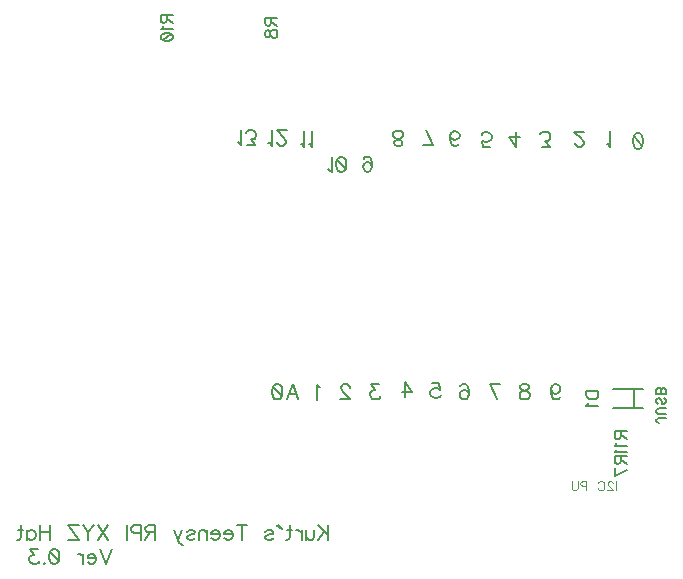
<source format=gbo>
G04 DipTrace 3.1.0.1*
G04 TeensyArbotixXYZRPIV0.3.gbo*
%MOIN*%
G04 #@! TF.FileFunction,Legend,Bot*
G04 #@! TF.Part,Single*
%ADD17C,0.008*%
%ADD107C,0.006176*%
%ADD108C,0.00772*%
%ADD109C,0.007*%
%ADD110C,0.004632*%
%FSLAX26Y26*%
G04*
G70*
G90*
G75*
G01*
G04 BotSilk*
%LPD*%
X2885229Y1013836D2*
D17*
X2853738D1*
X2782863D1*
X2885229Y952813D2*
X2853738D1*
X2782863D1*
X2853738Y1013836D2*
Y952813D1*
X2695743Y1007695D2*
D107*
X2735935D1*
Y994297D1*
X2733990Y988549D1*
X2730187Y984703D1*
X2726341Y982801D1*
X2720637Y980900D1*
X2711042D1*
X2705294Y982801D1*
X2701491Y984703D1*
X2697645Y988550D1*
X2695743Y994298D1*
Y1007695D1*
X2703437Y968549D2*
X2701491Y964702D1*
X2695787Y958954D1*
X2735935D1*
X2809406Y791671D2*
Y774472D1*
X2807460Y768724D1*
X2805559Y766778D1*
X2801756Y764877D1*
X2797909D1*
X2794107Y766778D1*
X2792161Y768724D1*
X2790260Y774472D1*
Y791671D1*
X2830452D1*
X2809406Y778274D2*
X2830452Y764877D1*
Y744876D2*
X2790304Y725731D1*
Y752525D1*
X1644406Y2251649D2*
Y2234449D1*
X1642460Y2228701D1*
X1640559Y2226756D1*
X1636756Y2224855D1*
X1632909D1*
X1629107Y2226756D1*
X1627161Y2228701D1*
X1625260Y2234449D1*
Y2251649D1*
X1665452D1*
X1644406Y2238252D2*
X1665452Y2224855D1*
X1625304Y2202953D2*
X1627206Y2208657D1*
X1631008Y2210602D1*
X1634855D1*
X1638657Y2208657D1*
X1640603Y2204854D1*
X1642504Y2197205D1*
X1644405Y2191457D1*
X1648252Y2187654D1*
X1652055Y2185753D1*
X1657803D1*
X1661605Y2187654D1*
X1663551Y2189555D1*
X1665452Y2195303D1*
Y2202953D1*
X1663551Y2208656D1*
X1661605Y2210602D1*
X1657803Y2212503D1*
X1652055D1*
X1648252Y2210602D1*
X1644406Y2206755D1*
X1642504Y2201051D1*
X1640603Y2193402D1*
X1638657Y2189555D1*
X1634855Y2187654D1*
X1631008D1*
X1627206Y2189555D1*
X1625304Y2195303D1*
Y2202953D1*
X1296276Y2262644D2*
Y2245445D1*
X1294330Y2239697D1*
X1292429Y2237751D1*
X1288627Y2235850D1*
X1284780D1*
X1280977Y2237751D1*
X1279032Y2239697D1*
X1277130Y2245445D1*
Y2262645D1*
X1317322Y2262644D1*
X1296276Y2249247D2*
X1317322Y2235850D1*
X1284824Y2223498D2*
X1282879Y2219652D1*
X1277175Y2213904D1*
X1317322D1*
X1277175Y2190056D2*
X1279076Y2195804D1*
X1284824Y2199651D1*
X1294375Y2201552D1*
X1300123D1*
X1309673Y2199651D1*
X1315421Y2195804D1*
X1317322Y2190056D1*
Y2186254D1*
X1315421Y2180506D1*
X1309673Y2176703D1*
X1300123Y2174758D1*
X1294375D1*
X1284824Y2176703D1*
X1279076Y2180506D1*
X1277175Y2186254D1*
Y2190056D1*
X1284824Y2176703D2*
X1309673Y2199651D1*
X2809405Y874045D2*
X2809406Y856845D1*
X2807460Y851097D1*
X2805559Y849151D1*
X2801756Y847250D1*
X2797909D1*
X2794107Y849151D1*
X2792161Y851097D1*
X2790260Y856845D1*
Y874045D1*
X2830452D1*
X2809406Y860647D2*
X2830452Y847250D1*
X2797954Y834899D2*
X2796008Y831052D1*
X2790304Y825304D1*
X2830452D1*
X2797954Y812952D2*
X2796008Y809106D1*
X2790304Y803358D1*
X2830452D1*
X1834328Y561126D2*
D109*
Y510886D1*
X1800834Y561126D2*
X1834328Y527632D1*
X1822389Y539626D2*
X1800834Y510886D1*
X1786834Y544379D2*
Y520447D1*
X1784458Y513318D1*
X1779649Y510886D1*
X1772464D1*
X1767711Y513318D1*
X1760526Y520447D1*
Y544379D2*
Y510886D1*
X1746526Y544379D2*
Y510886D1*
Y530009D2*
X1744094Y537194D1*
X1739341Y542002D1*
X1734532Y544379D1*
X1727347D1*
X1706162Y561126D2*
Y520447D1*
X1703786Y513318D1*
X1698977Y510886D1*
X1694224D1*
X1713347Y544379D2*
X1696601D1*
X1668231Y561070D2*
X1680224Y546700D1*
X1665854Y558694D1*
X1668231Y561070D1*
X1625546Y537194D2*
X1627922Y542002D1*
X1635107Y544379D1*
X1642292D1*
X1649477Y542002D1*
X1651854Y537194D1*
X1649477Y532441D1*
X1644669Y530009D1*
X1632731Y527632D1*
X1627922Y525256D1*
X1625546Y520447D1*
Y518071D1*
X1627922Y513318D1*
X1635107Y510886D1*
X1642292D1*
X1649477Y513318D1*
X1651854Y518071D1*
X1547637Y561126D2*
Y510886D1*
X1564384Y561126D2*
X1530891D1*
X1516891Y530009D2*
X1488206D1*
Y534817D1*
X1490582Y539626D1*
X1492959Y542002D1*
X1497767Y544379D1*
X1504952D1*
X1509706Y542002D1*
X1514514Y537194D1*
X1516891Y530009D1*
Y525256D1*
X1514514Y518071D1*
X1509706Y513318D1*
X1504952Y510886D1*
X1497767D1*
X1492959Y513318D1*
X1488206Y518071D1*
X1474206Y530009D2*
X1445521D1*
Y534817D1*
X1447897Y539626D1*
X1450274Y542002D1*
X1455083Y544379D1*
X1462268D1*
X1467021Y542002D1*
X1471829Y537194D1*
X1474206Y530009D1*
Y525256D1*
X1471829Y518071D1*
X1467021Y513318D1*
X1462268Y510886D1*
X1455083D1*
X1450274Y513318D1*
X1445521Y518071D1*
X1431521Y544379D2*
Y510886D1*
Y534817D2*
X1424336Y542002D1*
X1419527Y544379D1*
X1412398D1*
X1407589Y542002D1*
X1405213Y534817D1*
Y510886D1*
X1364904Y537194D2*
X1367281Y542002D1*
X1374466Y544379D1*
X1381651D1*
X1388836Y542002D1*
X1391213Y537194D1*
X1388836Y532441D1*
X1384028Y530009D1*
X1372089Y527632D1*
X1367281Y525256D1*
X1364904Y520447D1*
Y518071D1*
X1367281Y513318D1*
X1374466Y510886D1*
X1381651D1*
X1388836Y513318D1*
X1391213Y518071D1*
X1348472Y544379D2*
X1334158Y510886D1*
X1338911Y501324D1*
X1343719Y496516D1*
X1348472Y494139D1*
X1350904D1*
X1319788Y544379D2*
X1334158Y510886D1*
X1258626Y537194D2*
X1237126D1*
X1229941Y539626D1*
X1227509Y542002D1*
X1225133Y546756D1*
Y551564D1*
X1227509Y556317D1*
X1229941Y558749D1*
X1237126Y561126D1*
X1258626D1*
Y510886D1*
X1241879Y537194D2*
X1225133Y510886D1*
X1211133Y534817D2*
X1189577D1*
X1182448Y537194D1*
X1180016Y539626D1*
X1177639Y544379D1*
Y551564D1*
X1180016Y556317D1*
X1182448Y558749D1*
X1189577Y561126D1*
X1211133D1*
Y510886D1*
X1163639Y561126D2*
Y510886D1*
X1102477Y561126D2*
X1068984Y510886D1*
Y561126D2*
X1102477Y510886D1*
X1054984Y561126D2*
X1035861Y537194D1*
Y510886D1*
X1016738Y561126D2*
X1035861Y537194D1*
X1002738Y561126D2*
X969244D1*
X1002738Y510886D1*
X969244D1*
X908083Y561126D2*
Y510886D1*
X874589Y561126D2*
Y510886D1*
X908083Y537194D2*
X874589D1*
X831904Y544379D2*
Y510886D1*
Y537194D2*
X836657Y542002D1*
X841466Y544379D1*
X848596D1*
X853404Y542002D1*
X858157Y537194D1*
X860589Y530009D1*
Y525256D1*
X858157Y518071D1*
X853404Y513318D1*
X848596Y510886D1*
X841466D1*
X836657Y513318D1*
X831904Y518071D1*
X810719Y561126D2*
Y520447D1*
X808343Y513318D1*
X803534Y510886D1*
X798781D1*
X817904Y544379D2*
X801158D1*
X1808388Y1020162D2*
D108*
X1803579Y1022594D1*
X1796394Y1029724D1*
Y979539D1*
X1906456Y1018786D2*
Y1021162D1*
X1904079Y1025971D1*
X1901702Y1028347D1*
X1896894Y1030724D1*
X1887332D1*
X1882579Y1028347D1*
X1880203Y1025971D1*
X1877771Y1021162D1*
Y1016409D1*
X1880203Y1011601D1*
X1884956Y1004471D1*
X1908887Y980539D1*
X1875394D1*
X2004079Y1030724D2*
X1977826D1*
X1992141Y1011601D1*
X1984956D1*
X1980203Y1009224D1*
X1977826Y1006847D1*
X1975394Y999662D1*
Y994909D1*
X1977826Y987724D1*
X1982579Y982916D1*
X1989764Y980539D1*
X1996949D1*
X2004079Y982916D1*
X2006456Y985347D1*
X2008887Y990101D1*
X2275458Y1023594D2*
X2277835Y1028347D1*
X2285020Y1030724D1*
X2289773D1*
X2296958Y1028347D1*
X2301767Y1021162D1*
X2304143Y1009224D1*
Y997286D1*
X2301767Y987724D1*
X2296958Y982916D1*
X2289773Y980539D1*
X2287397D1*
X2280267Y982916D1*
X2275458Y987724D1*
X2273082Y994909D1*
Y997286D1*
X2275458Y1004471D1*
X2280267Y1009224D1*
X2287397Y1011601D1*
X2289773D1*
X2296958Y1009224D1*
X2301767Y1004471D1*
X2304143Y997286D1*
X2397014Y980539D2*
X2373082Y1030724D1*
X2406575D1*
X2494582D2*
X2501711Y1028347D1*
X2504143Y1023594D1*
Y1018786D1*
X2501711Y1014032D1*
X2496958Y1011601D1*
X2487397Y1009224D1*
X2480212Y1006847D1*
X2475458Y1002039D1*
X2473082Y997286D1*
Y990101D1*
X2475458Y985347D1*
X2477835Y982916D1*
X2485020Y980539D1*
X2494582D1*
X2501711Y982916D1*
X2504143Y985347D1*
X2506520Y990101D1*
Y997286D1*
X2504143Y1002039D1*
X2499335Y1006847D1*
X2492205Y1009224D1*
X2482643Y1011601D1*
X2477835Y1014032D1*
X2475458Y1018786D1*
Y1023594D1*
X2477835Y1028347D1*
X2485020Y1030724D1*
X2494582D1*
X2578082Y1014032D2*
X2580514Y1006847D1*
X2585267Y1002039D1*
X2592452Y999662D1*
X2594828D1*
X2602014Y1002039D1*
X2606767Y1006847D1*
X2609199Y1014032D1*
Y1016409D1*
X2606767Y1023594D1*
X2602014Y1028347D1*
X2594828Y1030724D1*
X2592452D1*
X2585267Y1028347D1*
X2580514Y1023594D1*
X2578082Y1014032D1*
Y1002039D1*
X2580514Y990101D1*
X2585267Y982916D1*
X2592452Y980539D1*
X2597205D1*
X2604390Y982916D1*
X2606767Y987724D1*
X1697327Y980539D2*
X1716505Y1030779D1*
X1735629Y980539D1*
X1728443Y997286D2*
X1704512D1*
X1667517Y1030724D2*
X1674702Y1028347D1*
X1679511Y1021162D1*
X1681887Y1009224D1*
Y1002039D1*
X1679511Y990101D1*
X1674702Y982916D1*
X1667517Y980539D1*
X1662764D1*
X1655579Y982916D1*
X1650826Y990101D1*
X1648394Y1002039D1*
Y1009224D1*
X1650826Y1021162D1*
X1655579Y1028347D1*
X1662764Y1030724D1*
X1667517D1*
X1650826Y1021162D2*
X1679511Y990101D1*
X2091578Y988905D2*
Y1039090D1*
X2115509Y1005652D1*
X2079640D1*
X2180822Y1034364D2*
X2204698D1*
X2207075Y1012864D1*
X2204698Y1015241D1*
X2197513Y1017673D1*
X2190384D1*
X2183199Y1015241D1*
X2178390Y1010488D1*
X2176014Y1003303D1*
Y998550D1*
X2178390Y991365D1*
X2183199Y986556D1*
X2190384Y984179D1*
X2197513D1*
X2204698Y986556D1*
X2207075Y988988D1*
X2209507Y993741D1*
X2762886Y1832487D2*
X2767694Y1830055D1*
X2774879Y1822925D1*
Y1873110D1*
X2658042Y1834572D2*
Y1832195D1*
X2660419Y1827387D1*
X2662795Y1825010D1*
X2667604Y1822634D1*
X2677165D1*
X2681918Y1825010D1*
X2684295Y1827387D1*
X2686727Y1832195D1*
Y1836948D1*
X2684295Y1841757D1*
X2679542Y1848887D1*
X2655610Y1872818D1*
X2689104D1*
X2547354Y1822634D2*
X2573607D1*
X2559293Y1841757D1*
X2566478D1*
X2571231Y1844133D1*
X2573607Y1846510D1*
X2576039Y1853695D1*
Y1858448D1*
X2573607Y1865633D1*
X2568854Y1870442D1*
X2561669Y1872818D1*
X2554484D1*
X2547354Y1870442D1*
X2544978Y1868010D1*
X2542546Y1863257D1*
X2270555Y1832346D2*
X2268178Y1827593D1*
X2260993Y1825216D1*
X2256240D1*
X2249055Y1827593D1*
X2244247Y1834778D1*
X2241870Y1846716D1*
Y1858654D1*
X2244247Y1868216D1*
X2249055Y1873024D1*
X2256240Y1875401D1*
X2258617D1*
X2265747Y1873024D1*
X2270555Y1868216D1*
X2272932Y1861031D1*
Y1858654D1*
X2270555Y1851469D1*
X2265747Y1846716D1*
X2258617Y1844340D1*
X2256240D1*
X2249055Y1846716D1*
X2244247Y1851469D1*
X2241870Y1858654D1*
X2161054Y1877551D2*
X2184985Y1827366D1*
X2151492D1*
X2063280Y1826075D2*
X2056150Y1828451D1*
X2053718Y1833204D1*
Y1838013D1*
X2056150Y1842766D1*
X2060903Y1845198D1*
X2070465Y1847574D1*
X2077650Y1849951D1*
X2082403Y1854759D1*
X2084779Y1859513D1*
Y1866698D1*
X2082403Y1871451D1*
X2080026Y1873883D1*
X2072841Y1876259D1*
X2063280D1*
X2056150Y1873883D1*
X2053718Y1871451D1*
X2051341Y1866698D1*
Y1859513D1*
X2053718Y1854759D1*
X2058526Y1849951D1*
X2065656Y1847574D1*
X2075218Y1845198D1*
X2080026Y1842766D1*
X2082403Y1838013D1*
Y1833204D1*
X2080026Y1828451D1*
X2072841Y1826075D1*
X2063280D1*
X1981497Y1755968D2*
X1979065Y1763153D1*
X1974312Y1767962D1*
X1967127Y1770338D1*
X1964751D1*
X1957566Y1767962D1*
X1952812Y1763153D1*
X1950381Y1755968D1*
Y1753592D1*
X1952812Y1746406D1*
X1957566Y1741653D1*
X1964751Y1739277D1*
X1967127D1*
X1974312Y1741653D1*
X1979065Y1746406D1*
X1981497Y1755968D1*
Y1767962D1*
X1979065Y1779900D1*
X1974312Y1787085D1*
X1967127Y1789461D1*
X1962374D1*
X1955189Y1787085D1*
X1952812Y1782276D1*
X2462660Y1872312D2*
Y1822127D1*
X2438728Y1855565D1*
X2474598D1*
X2375093Y1821274D2*
X2351217D1*
X2348840Y1842774D1*
X2351217Y1840397D1*
X2358402Y1837965D1*
X2365531D1*
X2372716Y1840397D1*
X2377525Y1845150D1*
X2379901Y1852335D1*
Y1857089D1*
X2377525Y1864274D1*
X2372716Y1869082D1*
X2365531Y1871459D1*
X2358402D1*
X2351217Y1869082D1*
X2348840Y1866650D1*
X2346408Y1861897D1*
X2864884Y1816235D2*
X2857699Y1818611D1*
X2852891Y1825796D1*
X2850514Y1837735D1*
Y1844920D1*
X2852891Y1856858D1*
X2857700Y1864043D1*
X2864885Y1866419D1*
X2869638D1*
X2876823Y1864043D1*
X2881576Y1856858D1*
X2884008Y1844920D1*
Y1837734D1*
X2881576Y1825796D1*
X2876823Y1818611D1*
X2869638Y1816235D1*
X2864884D1*
X2881576Y1825796D2*
X2852891Y1856858D1*
X1834426Y1747991D2*
X1839234Y1745559D1*
X1846419Y1738429D1*
Y1788614D1*
X1876228Y1738429D2*
X1869043Y1740806D1*
X1864235Y1747991D1*
X1861858Y1759929D1*
Y1767114D1*
X1864235Y1779052D1*
X1869043Y1786237D1*
X1876228Y1788614D1*
X1880982D1*
X1888167Y1786237D1*
X1892920Y1779052D1*
X1895352Y1767114D1*
Y1759929D1*
X1892920Y1747991D1*
X1888167Y1740805D1*
X1880981Y1738429D1*
X1876228D1*
X1892920Y1747991D2*
X1864235Y1779052D1*
X1742852Y1832514D2*
X1747660Y1830082D1*
X1754845Y1822953D1*
Y1873137D1*
X1770285Y1832514D2*
X1775093Y1830082D1*
X1782278Y1822952D1*
Y1873137D1*
X1635495Y1835823D2*
X1640304Y1833391D1*
X1647489Y1826261D1*
Y1876446D1*
X1665360Y1838199D2*
Y1835823D1*
X1667736Y1831014D1*
X1670113Y1828638D1*
X1674921Y1826261D1*
X1684483D1*
X1689236Y1828637D1*
X1691613Y1831014D1*
X1694045Y1835823D1*
Y1840576D1*
X1691613Y1845384D1*
X1686859Y1852514D1*
X1662928Y1876446D1*
X1696421D1*
X1533555Y1837680D2*
X1538364Y1835248D1*
X1545549Y1828118D1*
Y1878303D1*
X1565797Y1828118D2*
X1592050D1*
X1577735Y1847241D1*
X1584920D1*
X1589673Y1849618D1*
X1592050Y1851994D1*
X1594481Y1859179D1*
Y1863933D1*
X1592050Y1871118D1*
X1587296Y1875926D1*
X1580111Y1878303D1*
X1572926D1*
X1565797Y1875926D1*
X1563420Y1873494D1*
X1560988Y1868741D1*
X2959401Y916731D2*
D109*
X2936453D1*
X2932142Y915305D1*
X2930716Y913846D1*
X2929257Y910994D1*
Y908109D1*
X2930716Y905257D1*
X2932142Y903831D1*
X2936453Y902372D1*
X2939305D1*
X2959401Y930731D2*
X2937879D1*
X2933568Y932157D1*
X2930716Y935042D1*
X2929257Y939353D1*
Y942205D1*
X2930716Y946516D1*
X2933568Y949401D1*
X2937879Y950827D1*
X2959401D1*
X2955090Y984923D2*
X2957975Y982071D1*
X2959401Y977760D1*
Y972023D1*
X2957975Y967712D1*
X2955090Y964827D1*
X2952238D1*
X2949353Y966286D1*
X2947927Y967712D1*
X2946501Y970564D1*
X2943616Y979186D1*
X2942190Y982071D1*
X2940731Y983497D1*
X2937879Y984923D1*
X2933568D1*
X2930716Y982071D1*
X2929257Y977760D1*
Y972023D1*
X2930716Y967712D1*
X2933568Y964827D1*
X2959401Y998922D2*
X2929257Y998923D1*
Y1011856D1*
X2930716Y1016167D1*
X2932142Y1017593D1*
X2934994Y1019018D1*
X2939305D1*
X2942190Y1017593D1*
X2943616Y1016167D1*
X2945042Y1011856D1*
X2946501Y1016167D1*
X2947927Y1017593D1*
X2950779Y1019018D1*
X2953664D1*
X2956516Y1017593D1*
X2957975Y1016167D1*
X2959401Y1011856D1*
Y998922D1*
X2945042D2*
Y1011856D1*
X2794563Y707563D2*
D110*
Y677419D1*
X2783840Y700366D2*
Y701792D1*
X2782414Y704677D1*
X2780988Y706103D1*
X2778103Y707529D1*
X2772366D1*
X2769514Y706103D1*
X2768088Y704677D1*
X2766629Y701792D1*
Y698940D1*
X2768088Y696055D1*
X2770940Y691778D1*
X2785299Y677419D1*
X2765203D1*
X2734418Y700400D2*
X2735844Y703252D1*
X2738729Y706137D1*
X2741580Y707563D1*
X2747317D1*
X2750203Y706137D1*
X2753054Y703252D1*
X2754514Y700400D1*
X2755940Y696089D1*
Y688892D1*
X2754514Y684615D1*
X2753054Y681730D1*
X2750203Y678878D1*
X2747317Y677419D1*
X2741580D1*
X2738729Y678878D1*
X2735844Y681730D1*
X2734418Y684615D1*
X2695993Y691778D2*
X2683060D1*
X2678783Y693204D1*
X2677323Y694663D1*
X2675897Y697515D1*
Y701826D1*
X2677323Y704677D1*
X2678783Y706137D1*
X2683060Y707563D1*
X2695993D1*
Y677419D1*
X2666634Y707563D2*
Y686041D1*
X2665208Y681730D1*
X2662323Y678878D1*
X2658012Y677419D1*
X2655160D1*
X2650849Y678878D1*
X2647964Y681730D1*
X2646538Y686041D1*
Y707563D1*
X1113848Y481126D2*
D109*
X1094725Y430886D1*
X1075601Y481126D1*
X1061601Y450009D2*
X1032916D1*
Y454817D1*
X1035293Y459626D1*
X1037670Y462002D1*
X1042478Y464379D1*
X1049663D1*
X1054416Y462002D1*
X1059225Y457194D1*
X1061601Y450009D1*
Y445256D1*
X1059225Y438071D1*
X1054416Y433318D1*
X1049663Y430886D1*
X1042478D1*
X1037670Y433318D1*
X1032916Y438071D1*
X1018916Y464379D2*
Y430886D1*
Y450009D2*
X1016485Y457194D1*
X1011731Y462002D1*
X1006923Y464379D1*
X999738D1*
X924206Y481070D2*
X931391Y478694D1*
X936200Y471509D1*
X938576Y459571D1*
Y452386D1*
X936200Y440447D1*
X931391Y433262D1*
X924206Y430886D1*
X919453D1*
X912268Y433262D1*
X907515Y440447D1*
X905083Y452386D1*
Y459571D1*
X907515Y471509D1*
X912268Y478694D1*
X919453Y481070D1*
X924206D1*
X907515Y471509D2*
X936200Y440447D1*
X888706Y435694D2*
X891083Y433262D1*
X888706Y430886D1*
X886274Y433262D1*
X888706Y435694D1*
X867466Y481070D2*
X841213D1*
X855528Y461947D1*
X848343D1*
X843590Y459571D1*
X841213Y457194D1*
X838781Y450009D1*
Y445256D1*
X841213Y438071D1*
X845966Y433262D1*
X853151Y430886D1*
X860336D1*
X867466Y433262D1*
X869843Y435694D1*
X872274Y440447D1*
M02*

</source>
